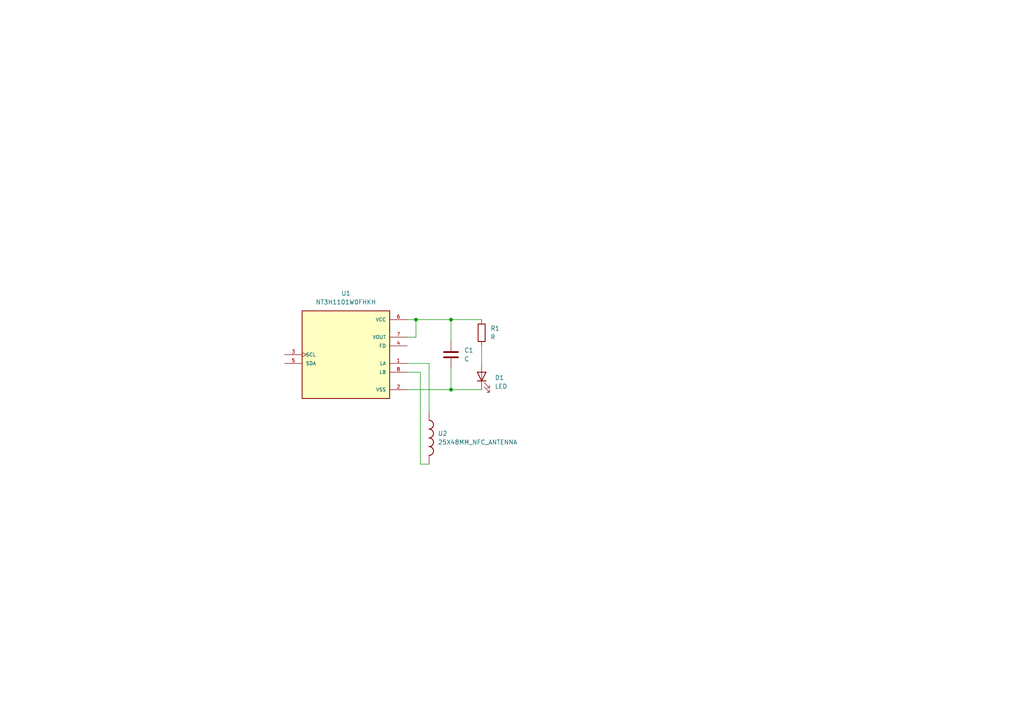
<source format=kicad_sch>
(kicad_sch (version 20211123) (generator eeschema)
  (paper "A4")
  (lib_symbols
    (symbol "25X48MM_NFC_ANTENNA:25X48MM_NFC_ANTENNA" (pin_numbers hide) (pin_names (offset 1.016) hide)
      (property "Reference" "U" (at 5.08 5.08 0))
      (property "Value" "25X48MM_NFC_ANTENNA" (at 5.08 2.54 0))
      (symbol "25X48MM_NFC_ANTENNA_0_0"
        (arc (start 0 -5.08) (mid 1.27 -3.81) (end 0 -2.54) (stroke (width 0.254)))
        (arc (start 0 -2.54) (mid 1.27 -1.27) (end 0 0) (stroke (width 0.254)))
        (arc (start 0 0) (mid 1.27 1.27) (end 0 2.54) (stroke (width 0.254)))
        (arc (start 0 2.54) (mid 1.27 3.81) (end 0 5.08) (stroke (width 0.254)))
        (pin bidirectional line (at 0 7.62 270) (length 2.54) (name "~") (number "P$1"))
        (pin bidirectional line (at 0 -7.62 90) (length 2.54) (name "~") (number "P$2"))
      )
    )
    (symbol "Device:C" (pin_numbers hide) (pin_names (offset 0.254))
      (property "Reference" "C" (at 0.635 2.54 0))
      (property "Value" "C" (at 0.635 -2.54 0))
      (symbol "C_0_1"
        (polyline (pts (xy -2.032 -0.762) (xy 2.032 -0.762)) (stroke (width 0.508)))
        (polyline (pts (xy -2.032 0.762) (xy 2.032 0.762)) (stroke (width 0.508)))
      )
      (symbol "C_1_1"
        (pin passive line (at 0 3.81 270) (length 2.794) (name "~") (number "1"))
        (pin passive line (at 0 -3.81 90) (length 2.794) (name "~") (number "2"))
      )
    )
    (symbol "Device:LED" (pin_numbers hide) (pin_names (offset 1.016) hide)
      (property "Reference" "D" (at 0 2.54 0))
      (property "Value" "LED" (at 0 -2.54 0))
      (symbol "LED_0_1"
        (polyline (pts (xy -1.27 -1.27) (xy -1.27 1.27)) (stroke (width 0.254)))
        (polyline (pts (xy -1.27 0) (xy 1.27 0)))
        (polyline (pts (xy 1.27 -1.27) (xy 1.27 1.27) (xy -1.27 0) (xy 1.27 -1.27)) (stroke (width 0.254)))
        (polyline (pts (xy -3.048 -0.762) (xy -4.572 -2.286) (xy -3.81 -2.286) (xy -4.572 -2.286) (xy -4.572 -1.524)))
        (polyline (pts (xy -1.778 -0.762) (xy -3.302 -2.286) (xy -2.54 -2.286) (xy -3.302 -2.286) (xy -3.302 -1.524)))
      )
      (symbol "LED_1_1"
        (pin passive line (at -3.81 0 0) (length 2.54) (name "K") (number "1"))
        (pin passive line (at 3.81 0 180) (length 2.54) (name "A") (number "2"))
      )
    )
    (symbol "Device:R" (pin_numbers hide) (pin_names (offset 0))
      (property "Reference" "R" (at 2.032 0 90))
      (property "Value" "R" (at 0 0 90))
      (symbol "R_0_1"
        (rectangle (start -1.016 -2.54) (end 1.016 2.54) (stroke (width 0.254)))
      )
      (symbol "R_1_1"
        (pin passive line (at 0 3.81 270) (length 1.27) (name "~") (number "1"))
        (pin passive line (at 0 -3.81 90) (length 1.27) (name "~") (number "2"))
      )
    )
    (symbol "NT3H1101W0FHKH:NT3H1101W0FHKH" (pin_names (offset 1.016))
      (property "Reference" "U" (at -12.7 13.462 0))
      (property "Value" "NT3H1101W0FHKH" (at -12.7 -15.24 0))
      (symbol "NT3H1101W0FHKH_0_0"
        (rectangle (start -12.7 -12.7) (end 12.7 12.7) (stroke (width 0.254)) (fill (type background)))
        (pin bidirectional line (at 17.78 -2.54 180) (length 5.08) (name "LA") (number "1"))
        (pin power_in line (at 17.78 -10.16 180) (length 5.08) (name "VSS") (number "2"))
        (pin input clock (at -17.78 0 0) (length 5.08) (name "SCL") (number "3"))
        (pin output line (at 17.78 2.54 180) (length 5.08) (name "FD") (number "4"))
        (pin bidirectional line (at -17.78 -2.54 0) (length 5.08) (name "SDA") (number "5"))
        (pin power_in line (at 17.78 10.16 180) (length 5.08) (name "VCC") (number "6"))
        (pin output line (at 17.78 5.08 180) (length 5.08) (name "VOUT") (number "7"))
        (pin bidirectional line (at 17.78 -5.08 180) (length 5.08) (name "LB") (number "8"))
      )
    )
  )
  (junction (at 130.81 113.03))
  (junction (at 130.81 92.71))
  (junction (at 120.65 92.71))
  (wire (pts (xy 118.11 105.41) (xy 124.46 105.41)))
  (wire (pts (xy 120.65 92.71) (xy 120.65 97.79)))
  (wire (pts (xy 118.11 113.03) (xy 130.81 113.03)))
  (wire (pts (xy 139.7 100.33) (xy 139.7 105.41)))
  (wire (pts (xy 118.11 97.79) (xy 120.65 97.79)))
  (wire (pts (xy 120.65 92.71) (xy 130.81 92.71)))
  (wire (pts (xy 121.92 134.62) (xy 121.92 107.95)))
  (wire (pts (xy 130.81 92.71) (xy 130.81 99.06)))
  (wire (pts (xy 124.46 134.62) (xy 121.92 134.62)))
  (wire (pts (xy 130.81 113.03) (xy 139.7 113.03)))
  (wire (pts (xy 130.81 106.68) (xy 130.81 113.03)))
  (wire (pts (xy 118.11 92.71) (xy 120.65 92.71)))
  (wire (pts (xy 130.81 92.71) (xy 139.7 92.71)))
  (wire (pts (xy 124.46 119.38) (xy 124.46 105.41)))
  (wire (pts (xy 121.92 107.95) (xy 118.11 107.95)))
  (symbol (lib_id "NT3H1101W0FHKH:NT3H1101W0FHKH") (at 100.33 102.87 0) (unit 1)
    (property "Reference" "U1" (at 100.33 85.09 0))
    (property "Value" "NT3H1101W0FHKH" (at 100.33 87.63 0))
    (property "Footprint" "NT3H1101W0FHKH:IC_NT3H1101W0FHKH" (effects hide))
    (property "STANDARD" "Manufacturer Recommendations" (effects hide))
    (property "MAXIMUM_PACKAGE_HEIGHT" "0.5mm" (effects hide))
    (property "MANUFACTURER" "NXP" (effects hide))
    (property "PARTREV" "3.3" (effects hide))
    (property "SNAPEDA_PACKAGE_ID" "7291" (effects hide))
  )
  (symbol (lib_id "25X48MM_NFC_ANTENNA:25X48MM_NFC_ANTENNA") (at 124.46 127 0) (unit 1)
    (property "Reference" "U2" (at 127 125.7299 0) (effects (justify left)))
    (property "Value" "25X48MM_NFC_ANTENNA" (at 127 128.2699 0) (effects (justify left)))
    (property "Footprint" "25X48MM_NFC_ANTENNA:25X48MM_NFC_ANTENNA" (effects hide))
  )
  (symbol (lib_id "Device:R") (at 139.7 96.52 0) (unit 1)
    (property "Reference" "R1" (at 142.24 95.2499 0) (effects (justify left)))
    (property "Value" "R" (at 142.24 97.7899 0) (effects (justify left)))
    (property "Footprint" "Resistor_SMD:R_0402_1005Metric" (effects hide))
  )
  (symbol (lib_id "Device:C") (at 130.81 102.87 0) (unit 1)
    (property "Reference" "C1" (at 134.62 101.5999 0) (effects (justify left)))
    (property "Value" "C" (at 134.62 104.1399 0) (effects (justify left)))
    (property "Footprint" "Capacitor_SMD:C_0402_1005Metric" (effects hide))
  )
  (symbol (lib_id "Device:LED") (at 139.7 109.22 90) (unit 1)
    (property "Reference" "D1" (at 143.51 109.5374 90) (effects (justify right)))
    (property "Value" "LED" (at 143.51 112.0774 90) (effects (justify right)))
    (property "Footprint" "LED_SMD:LED_0603_1608Metric" (effects hide))
  )
)
</source>
